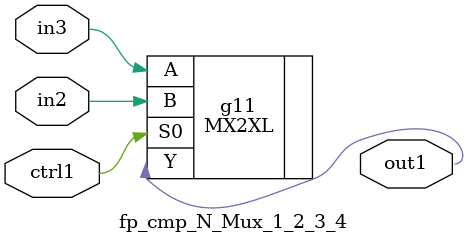
<source format=v>
`timescale 1ps / 1ps


module fp_cmp_N_Mux_1_2_3_4(in3, in2, ctrl1, out1);
  input in3, in2, ctrl1;
  output out1;
  wire in3, in2, ctrl1;
  wire out1;
  MX2XL g11(.A (in3), .B (in2), .S0 (ctrl1), .Y (out1));
endmodule



</source>
